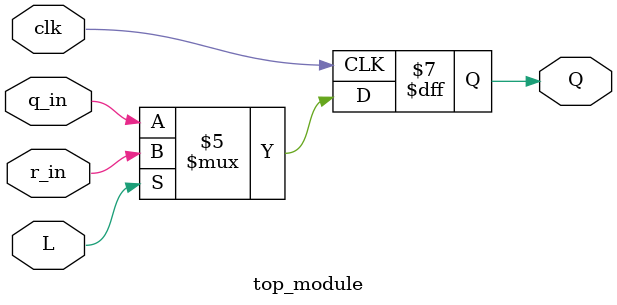
<source format=sv>
module top_module(
    input clk,
    input L,
    input q_in,
    input r_in,
    output reg Q);

    always @(posedge clk) begin
        if (L == 1'b1)
            Q <= r_in;
        else
            Q <= q_in;
    end
    
    // Initialize Q to 0 at time 0
    initial begin
        Q = 1'b0;
    end

endmodule

</source>
